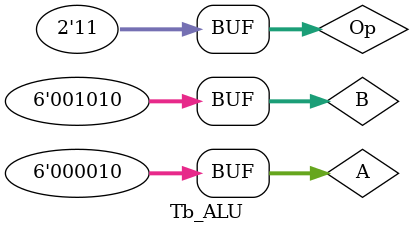
<source format=v>

`timescale 1ns / 1ps
module Tb_ALU;

    // Inputs
    reg [5:0] A;
    reg [5:0] B;
    reg [1:0] Op;

    // Outputs
    wire [5:0] R;

    // Instantiate the Unit Under Test (UUT)
    ALU6bit uut (A,B,Op, R);
    
    initial begin
        // Apply inputs.
        A = 6'd4; B = 6'd3; Op = 0; #100;
	A = 6'd4; B = 6'd3; Op = 1; #100;
	A = 6'd4; B = 6'd3; Op = 2; #100;
	A = 6'd4; B = 6'd3; Op = 3; #100;

	A = 6'd14; B = 6'd5; Op = 0; #100;
	A = 6'd14; B = 6'd5; Op = 1; #100;
	A = 6'd14; B = 6'd5; Op = 2; #100;
	A = 6'd14; B = 6'd5; Op = 3; #100;

	A = 6'd2; B = 6'd10; Op = 0; #100;
	A = 6'd2; B = 6'd10; Op = 1; #100;
	A = 6'd2; B = 6'd10; Op = 2; #100;
	A = 6'd2; B = 6'd10; Op = 3; #100;
       
    end
      
endmodule
</source>
